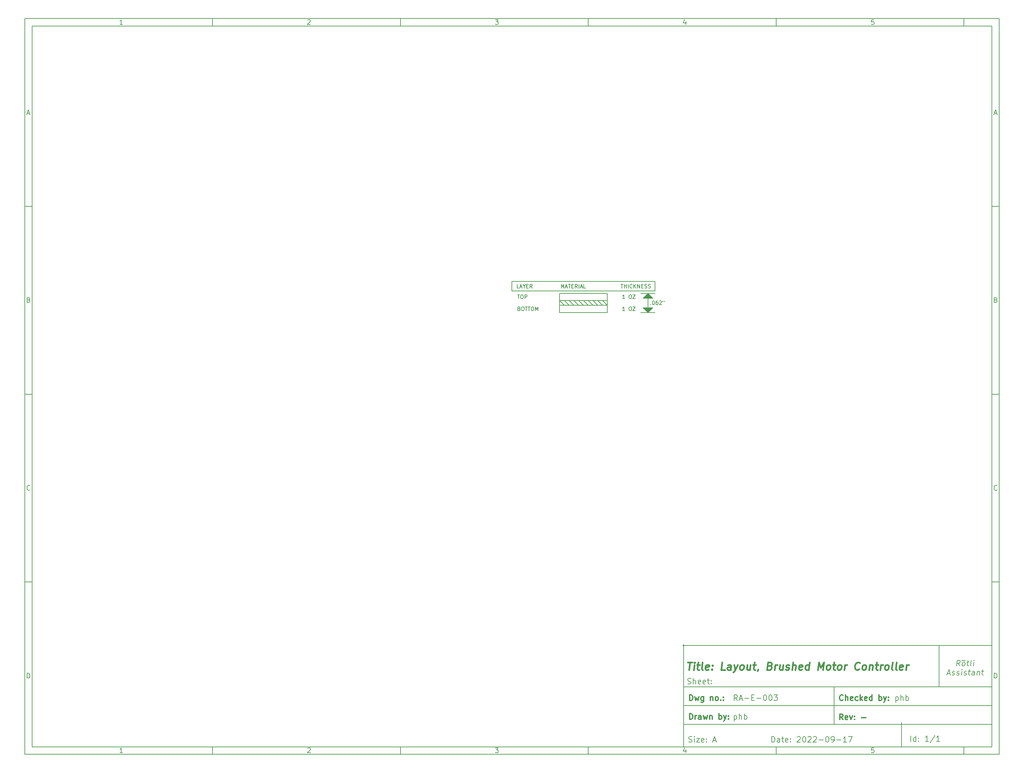
<source format=gbr>
%TF.GenerationSoftware,KiCad,Pcbnew,(6.0.7)*%
%TF.CreationDate,2022-09-17T11:26:47-05:00*%
%TF.ProjectId,BrushlessController,42727573-686c-4657-9373-436f6e74726f,-*%
%TF.SameCoordinates,Original*%
%TF.FileFunction,OtherDrawing,Comment*%
%FSLAX46Y46*%
G04 Gerber Fmt 4.6, Leading zero omitted, Abs format (unit mm)*
G04 Created by KiCad (PCBNEW (6.0.7)) date 2022-09-17 11:26:47*
%MOMM*%
%LPD*%
G01*
G04 APERTURE LIST*
%ADD10C,0.100000*%
%ADD11C,0.150000*%
%ADD12C,0.300000*%
%ADD13C,0.400000*%
%ADD14C,0.508000*%
G04 APERTURE END LIST*
D10*
D11*
X10000000Y-10000000D02*
X10000000Y-205900000D01*
X269400000Y-205900000D01*
X269400000Y-10000000D01*
X10000000Y-10000000D01*
D10*
D11*
X12000000Y-12000000D02*
X12000000Y-203900000D01*
X267400000Y-203900000D01*
X267400000Y-12000000D01*
X12000000Y-12000000D01*
D10*
D11*
X60000000Y-12000000D02*
X60000000Y-10000000D01*
D10*
D11*
X110000000Y-12000000D02*
X110000000Y-10000000D01*
D10*
D11*
X160000000Y-12000000D02*
X160000000Y-10000000D01*
D10*
D11*
X210000000Y-12000000D02*
X210000000Y-10000000D01*
D10*
D11*
X260000000Y-12000000D02*
X260000000Y-10000000D01*
D10*
D11*
X36065476Y-11588095D02*
X35322619Y-11588095D01*
X35694047Y-11588095D02*
X35694047Y-10288095D01*
X35570238Y-10473809D01*
X35446428Y-10597619D01*
X35322619Y-10659523D01*
D10*
D11*
X85322619Y-10411904D02*
X85384523Y-10350000D01*
X85508333Y-10288095D01*
X85817857Y-10288095D01*
X85941666Y-10350000D01*
X86003571Y-10411904D01*
X86065476Y-10535714D01*
X86065476Y-10659523D01*
X86003571Y-10845238D01*
X85260714Y-11588095D01*
X86065476Y-11588095D01*
D10*
D11*
X135260714Y-10288095D02*
X136065476Y-10288095D01*
X135632142Y-10783333D01*
X135817857Y-10783333D01*
X135941666Y-10845238D01*
X136003571Y-10907142D01*
X136065476Y-11030952D01*
X136065476Y-11340476D01*
X136003571Y-11464285D01*
X135941666Y-11526190D01*
X135817857Y-11588095D01*
X135446428Y-11588095D01*
X135322619Y-11526190D01*
X135260714Y-11464285D01*
D10*
D11*
X185941666Y-10721428D02*
X185941666Y-11588095D01*
X185632142Y-10226190D02*
X185322619Y-11154761D01*
X186127380Y-11154761D01*
D10*
D11*
X236003571Y-10288095D02*
X235384523Y-10288095D01*
X235322619Y-10907142D01*
X235384523Y-10845238D01*
X235508333Y-10783333D01*
X235817857Y-10783333D01*
X235941666Y-10845238D01*
X236003571Y-10907142D01*
X236065476Y-11030952D01*
X236065476Y-11340476D01*
X236003571Y-11464285D01*
X235941666Y-11526190D01*
X235817857Y-11588095D01*
X235508333Y-11588095D01*
X235384523Y-11526190D01*
X235322619Y-11464285D01*
D10*
D11*
X60000000Y-203900000D02*
X60000000Y-205900000D01*
D10*
D11*
X110000000Y-203900000D02*
X110000000Y-205900000D01*
D10*
D11*
X160000000Y-203900000D02*
X160000000Y-205900000D01*
D10*
D11*
X210000000Y-203900000D02*
X210000000Y-205900000D01*
D10*
D11*
X260000000Y-203900000D02*
X260000000Y-205900000D01*
D10*
D11*
X36065476Y-205488095D02*
X35322619Y-205488095D01*
X35694047Y-205488095D02*
X35694047Y-204188095D01*
X35570238Y-204373809D01*
X35446428Y-204497619D01*
X35322619Y-204559523D01*
D10*
D11*
X85322619Y-204311904D02*
X85384523Y-204250000D01*
X85508333Y-204188095D01*
X85817857Y-204188095D01*
X85941666Y-204250000D01*
X86003571Y-204311904D01*
X86065476Y-204435714D01*
X86065476Y-204559523D01*
X86003571Y-204745238D01*
X85260714Y-205488095D01*
X86065476Y-205488095D01*
D10*
D11*
X135260714Y-204188095D02*
X136065476Y-204188095D01*
X135632142Y-204683333D01*
X135817857Y-204683333D01*
X135941666Y-204745238D01*
X136003571Y-204807142D01*
X136065476Y-204930952D01*
X136065476Y-205240476D01*
X136003571Y-205364285D01*
X135941666Y-205426190D01*
X135817857Y-205488095D01*
X135446428Y-205488095D01*
X135322619Y-205426190D01*
X135260714Y-205364285D01*
D10*
D11*
X185941666Y-204621428D02*
X185941666Y-205488095D01*
X185632142Y-204126190D02*
X185322619Y-205054761D01*
X186127380Y-205054761D01*
D10*
D11*
X236003571Y-204188095D02*
X235384523Y-204188095D01*
X235322619Y-204807142D01*
X235384523Y-204745238D01*
X235508333Y-204683333D01*
X235817857Y-204683333D01*
X235941666Y-204745238D01*
X236003571Y-204807142D01*
X236065476Y-204930952D01*
X236065476Y-205240476D01*
X236003571Y-205364285D01*
X235941666Y-205426190D01*
X235817857Y-205488095D01*
X235508333Y-205488095D01*
X235384523Y-205426190D01*
X235322619Y-205364285D01*
D10*
D11*
X10000000Y-60000000D02*
X12000000Y-60000000D01*
D10*
D11*
X10000000Y-110000000D02*
X12000000Y-110000000D01*
D10*
D11*
X10000000Y-160000000D02*
X12000000Y-160000000D01*
D10*
D11*
X10690476Y-35216666D02*
X11309523Y-35216666D01*
X10566666Y-35588095D02*
X11000000Y-34288095D01*
X11433333Y-35588095D01*
D10*
D11*
X11092857Y-84907142D02*
X11278571Y-84969047D01*
X11340476Y-85030952D01*
X11402380Y-85154761D01*
X11402380Y-85340476D01*
X11340476Y-85464285D01*
X11278571Y-85526190D01*
X11154761Y-85588095D01*
X10659523Y-85588095D01*
X10659523Y-84288095D01*
X11092857Y-84288095D01*
X11216666Y-84350000D01*
X11278571Y-84411904D01*
X11340476Y-84535714D01*
X11340476Y-84659523D01*
X11278571Y-84783333D01*
X11216666Y-84845238D01*
X11092857Y-84907142D01*
X10659523Y-84907142D01*
D10*
D11*
X11402380Y-135464285D02*
X11340476Y-135526190D01*
X11154761Y-135588095D01*
X11030952Y-135588095D01*
X10845238Y-135526190D01*
X10721428Y-135402380D01*
X10659523Y-135278571D01*
X10597619Y-135030952D01*
X10597619Y-134845238D01*
X10659523Y-134597619D01*
X10721428Y-134473809D01*
X10845238Y-134350000D01*
X11030952Y-134288095D01*
X11154761Y-134288095D01*
X11340476Y-134350000D01*
X11402380Y-134411904D01*
D10*
D11*
X10659523Y-185588095D02*
X10659523Y-184288095D01*
X10969047Y-184288095D01*
X11154761Y-184350000D01*
X11278571Y-184473809D01*
X11340476Y-184597619D01*
X11402380Y-184845238D01*
X11402380Y-185030952D01*
X11340476Y-185278571D01*
X11278571Y-185402380D01*
X11154761Y-185526190D01*
X10969047Y-185588095D01*
X10659523Y-185588095D01*
D10*
D11*
X269400000Y-60000000D02*
X267400000Y-60000000D01*
D10*
D11*
X269400000Y-110000000D02*
X267400000Y-110000000D01*
D10*
D11*
X269400000Y-160000000D02*
X267400000Y-160000000D01*
D10*
D11*
X268090476Y-35216666D02*
X268709523Y-35216666D01*
X267966666Y-35588095D02*
X268400000Y-34288095D01*
X268833333Y-35588095D01*
D10*
D11*
X268492857Y-84907142D02*
X268678571Y-84969047D01*
X268740476Y-85030952D01*
X268802380Y-85154761D01*
X268802380Y-85340476D01*
X268740476Y-85464285D01*
X268678571Y-85526190D01*
X268554761Y-85588095D01*
X268059523Y-85588095D01*
X268059523Y-84288095D01*
X268492857Y-84288095D01*
X268616666Y-84350000D01*
X268678571Y-84411904D01*
X268740476Y-84535714D01*
X268740476Y-84659523D01*
X268678571Y-84783333D01*
X268616666Y-84845238D01*
X268492857Y-84907142D01*
X268059523Y-84907142D01*
D10*
D11*
X268802380Y-135464285D02*
X268740476Y-135526190D01*
X268554761Y-135588095D01*
X268430952Y-135588095D01*
X268245238Y-135526190D01*
X268121428Y-135402380D01*
X268059523Y-135278571D01*
X267997619Y-135030952D01*
X267997619Y-134845238D01*
X268059523Y-134597619D01*
X268121428Y-134473809D01*
X268245238Y-134350000D01*
X268430952Y-134288095D01*
X268554761Y-134288095D01*
X268740476Y-134350000D01*
X268802380Y-134411904D01*
D10*
D11*
X268059523Y-185588095D02*
X268059523Y-184288095D01*
X268369047Y-184288095D01*
X268554761Y-184350000D01*
X268678571Y-184473809D01*
X268740476Y-184597619D01*
X268802380Y-184845238D01*
X268802380Y-185030952D01*
X268740476Y-185278571D01*
X268678571Y-185402380D01*
X268554761Y-185526190D01*
X268369047Y-185588095D01*
X268059523Y-185588095D01*
D10*
D11*
X208832142Y-202678371D02*
X208832142Y-201178371D01*
X209189285Y-201178371D01*
X209403571Y-201249800D01*
X209546428Y-201392657D01*
X209617857Y-201535514D01*
X209689285Y-201821228D01*
X209689285Y-202035514D01*
X209617857Y-202321228D01*
X209546428Y-202464085D01*
X209403571Y-202606942D01*
X209189285Y-202678371D01*
X208832142Y-202678371D01*
X210975000Y-202678371D02*
X210975000Y-201892657D01*
X210903571Y-201749800D01*
X210760714Y-201678371D01*
X210475000Y-201678371D01*
X210332142Y-201749800D01*
X210975000Y-202606942D02*
X210832142Y-202678371D01*
X210475000Y-202678371D01*
X210332142Y-202606942D01*
X210260714Y-202464085D01*
X210260714Y-202321228D01*
X210332142Y-202178371D01*
X210475000Y-202106942D01*
X210832142Y-202106942D01*
X210975000Y-202035514D01*
X211475000Y-201678371D02*
X212046428Y-201678371D01*
X211689285Y-201178371D02*
X211689285Y-202464085D01*
X211760714Y-202606942D01*
X211903571Y-202678371D01*
X212046428Y-202678371D01*
X213117857Y-202606942D02*
X212975000Y-202678371D01*
X212689285Y-202678371D01*
X212546428Y-202606942D01*
X212475000Y-202464085D01*
X212475000Y-201892657D01*
X212546428Y-201749800D01*
X212689285Y-201678371D01*
X212975000Y-201678371D01*
X213117857Y-201749800D01*
X213189285Y-201892657D01*
X213189285Y-202035514D01*
X212475000Y-202178371D01*
X213832142Y-202535514D02*
X213903571Y-202606942D01*
X213832142Y-202678371D01*
X213760714Y-202606942D01*
X213832142Y-202535514D01*
X213832142Y-202678371D01*
X213832142Y-201749800D02*
X213903571Y-201821228D01*
X213832142Y-201892657D01*
X213760714Y-201821228D01*
X213832142Y-201749800D01*
X213832142Y-201892657D01*
X215617857Y-201321228D02*
X215689285Y-201249800D01*
X215832142Y-201178371D01*
X216189285Y-201178371D01*
X216332142Y-201249800D01*
X216403571Y-201321228D01*
X216475000Y-201464085D01*
X216475000Y-201606942D01*
X216403571Y-201821228D01*
X215546428Y-202678371D01*
X216475000Y-202678371D01*
X217403571Y-201178371D02*
X217546428Y-201178371D01*
X217689285Y-201249800D01*
X217760714Y-201321228D01*
X217832142Y-201464085D01*
X217903571Y-201749800D01*
X217903571Y-202106942D01*
X217832142Y-202392657D01*
X217760714Y-202535514D01*
X217689285Y-202606942D01*
X217546428Y-202678371D01*
X217403571Y-202678371D01*
X217260714Y-202606942D01*
X217189285Y-202535514D01*
X217117857Y-202392657D01*
X217046428Y-202106942D01*
X217046428Y-201749800D01*
X217117857Y-201464085D01*
X217189285Y-201321228D01*
X217260714Y-201249800D01*
X217403571Y-201178371D01*
X218475000Y-201321228D02*
X218546428Y-201249800D01*
X218689285Y-201178371D01*
X219046428Y-201178371D01*
X219189285Y-201249800D01*
X219260714Y-201321228D01*
X219332142Y-201464085D01*
X219332142Y-201606942D01*
X219260714Y-201821228D01*
X218403571Y-202678371D01*
X219332142Y-202678371D01*
X219903571Y-201321228D02*
X219975000Y-201249800D01*
X220117857Y-201178371D01*
X220475000Y-201178371D01*
X220617857Y-201249800D01*
X220689285Y-201321228D01*
X220760714Y-201464085D01*
X220760714Y-201606942D01*
X220689285Y-201821228D01*
X219832142Y-202678371D01*
X220760714Y-202678371D01*
X221403571Y-202106942D02*
X222546428Y-202106942D01*
X223546428Y-201178371D02*
X223689285Y-201178371D01*
X223832142Y-201249800D01*
X223903571Y-201321228D01*
X223975000Y-201464085D01*
X224046428Y-201749800D01*
X224046428Y-202106942D01*
X223975000Y-202392657D01*
X223903571Y-202535514D01*
X223832142Y-202606942D01*
X223689285Y-202678371D01*
X223546428Y-202678371D01*
X223403571Y-202606942D01*
X223332142Y-202535514D01*
X223260714Y-202392657D01*
X223189285Y-202106942D01*
X223189285Y-201749800D01*
X223260714Y-201464085D01*
X223332142Y-201321228D01*
X223403571Y-201249800D01*
X223546428Y-201178371D01*
X224760714Y-202678371D02*
X225046428Y-202678371D01*
X225189285Y-202606942D01*
X225260714Y-202535514D01*
X225403571Y-202321228D01*
X225475000Y-202035514D01*
X225475000Y-201464085D01*
X225403571Y-201321228D01*
X225332142Y-201249800D01*
X225189285Y-201178371D01*
X224903571Y-201178371D01*
X224760714Y-201249800D01*
X224689285Y-201321228D01*
X224617857Y-201464085D01*
X224617857Y-201821228D01*
X224689285Y-201964085D01*
X224760714Y-202035514D01*
X224903571Y-202106942D01*
X225189285Y-202106942D01*
X225332142Y-202035514D01*
X225403571Y-201964085D01*
X225475000Y-201821228D01*
X226117857Y-202106942D02*
X227260714Y-202106942D01*
X228760714Y-202678371D02*
X227903571Y-202678371D01*
X228332142Y-202678371D02*
X228332142Y-201178371D01*
X228189285Y-201392657D01*
X228046428Y-201535514D01*
X227903571Y-201606942D01*
X229260714Y-201178371D02*
X230260714Y-201178371D01*
X229617857Y-202678371D01*
D10*
D12*
X227809285Y-196678571D02*
X227309285Y-195964285D01*
X226952142Y-196678571D02*
X226952142Y-195178571D01*
X227523571Y-195178571D01*
X227666428Y-195250000D01*
X227737857Y-195321428D01*
X227809285Y-195464285D01*
X227809285Y-195678571D01*
X227737857Y-195821428D01*
X227666428Y-195892857D01*
X227523571Y-195964285D01*
X226952142Y-195964285D01*
X229023571Y-196607142D02*
X228880714Y-196678571D01*
X228595000Y-196678571D01*
X228452142Y-196607142D01*
X228380714Y-196464285D01*
X228380714Y-195892857D01*
X228452142Y-195750000D01*
X228595000Y-195678571D01*
X228880714Y-195678571D01*
X229023571Y-195750000D01*
X229095000Y-195892857D01*
X229095000Y-196035714D01*
X228380714Y-196178571D01*
X229595000Y-195678571D02*
X229952142Y-196678571D01*
X230309285Y-195678571D01*
X230880714Y-196535714D02*
X230952142Y-196607142D01*
X230880714Y-196678571D01*
X230809285Y-196607142D01*
X230880714Y-196535714D01*
X230880714Y-196678571D01*
X230880714Y-195750000D02*
X230952142Y-195821428D01*
X230880714Y-195892857D01*
X230809285Y-195821428D01*
X230880714Y-195750000D01*
X230880714Y-195892857D01*
X232737857Y-196107142D02*
X233880714Y-196107142D01*
D10*
D11*
X186760714Y-202606942D02*
X186975000Y-202678371D01*
X187332142Y-202678371D01*
X187475000Y-202606942D01*
X187546428Y-202535514D01*
X187617857Y-202392657D01*
X187617857Y-202249800D01*
X187546428Y-202106942D01*
X187475000Y-202035514D01*
X187332142Y-201964085D01*
X187046428Y-201892657D01*
X186903571Y-201821228D01*
X186832142Y-201749800D01*
X186760714Y-201606942D01*
X186760714Y-201464085D01*
X186832142Y-201321228D01*
X186903571Y-201249800D01*
X187046428Y-201178371D01*
X187403571Y-201178371D01*
X187617857Y-201249800D01*
X188260714Y-202678371D02*
X188260714Y-201678371D01*
X188260714Y-201178371D02*
X188189285Y-201249800D01*
X188260714Y-201321228D01*
X188332142Y-201249800D01*
X188260714Y-201178371D01*
X188260714Y-201321228D01*
X188832142Y-201678371D02*
X189617857Y-201678371D01*
X188832142Y-202678371D01*
X189617857Y-202678371D01*
X190760714Y-202606942D02*
X190617857Y-202678371D01*
X190332142Y-202678371D01*
X190189285Y-202606942D01*
X190117857Y-202464085D01*
X190117857Y-201892657D01*
X190189285Y-201749800D01*
X190332142Y-201678371D01*
X190617857Y-201678371D01*
X190760714Y-201749800D01*
X190832142Y-201892657D01*
X190832142Y-202035514D01*
X190117857Y-202178371D01*
X191475000Y-202535514D02*
X191546428Y-202606942D01*
X191475000Y-202678371D01*
X191403571Y-202606942D01*
X191475000Y-202535514D01*
X191475000Y-202678371D01*
X191475000Y-201749800D02*
X191546428Y-201821228D01*
X191475000Y-201892657D01*
X191403571Y-201821228D01*
X191475000Y-201749800D01*
X191475000Y-201892657D01*
X193260714Y-202249800D02*
X193975000Y-202249800D01*
X193117857Y-202678371D02*
X193617857Y-201178371D01*
X194117857Y-202678371D01*
D10*
D11*
X245832142Y-202478571D02*
X245832142Y-200978571D01*
X247189285Y-202478571D02*
X247189285Y-200978571D01*
X247189285Y-202407142D02*
X247046428Y-202478571D01*
X246760714Y-202478571D01*
X246617857Y-202407142D01*
X246546428Y-202335714D01*
X246475000Y-202192857D01*
X246475000Y-201764285D01*
X246546428Y-201621428D01*
X246617857Y-201550000D01*
X246760714Y-201478571D01*
X247046428Y-201478571D01*
X247189285Y-201550000D01*
X247903571Y-202335714D02*
X247975000Y-202407142D01*
X247903571Y-202478571D01*
X247832142Y-202407142D01*
X247903571Y-202335714D01*
X247903571Y-202478571D01*
X247903571Y-201550000D02*
X247975000Y-201621428D01*
X247903571Y-201692857D01*
X247832142Y-201621428D01*
X247903571Y-201550000D01*
X247903571Y-201692857D01*
X250546428Y-202478571D02*
X249689285Y-202478571D01*
X250117857Y-202478571D02*
X250117857Y-200978571D01*
X249975000Y-201192857D01*
X249832142Y-201335714D01*
X249689285Y-201407142D01*
X252260714Y-200907142D02*
X250975000Y-202835714D01*
X253546428Y-202478571D02*
X252689285Y-202478571D01*
X253117857Y-202478571D02*
X253117857Y-200978571D01*
X252975000Y-201192857D01*
X252832142Y-201335714D01*
X252689285Y-201407142D01*
D10*
D13*
X186512380Y-181404561D02*
X187655238Y-181404561D01*
X186833809Y-183404561D02*
X187083809Y-181404561D01*
X188071904Y-183404561D02*
X188238571Y-182071228D01*
X188321904Y-181404561D02*
X188214761Y-181499800D01*
X188298095Y-181595038D01*
X188405238Y-181499800D01*
X188321904Y-181404561D01*
X188298095Y-181595038D01*
X188905238Y-182071228D02*
X189667142Y-182071228D01*
X189274285Y-181404561D02*
X189060000Y-183118847D01*
X189131428Y-183309323D01*
X189310000Y-183404561D01*
X189500476Y-183404561D01*
X190452857Y-183404561D02*
X190274285Y-183309323D01*
X190202857Y-183118847D01*
X190417142Y-181404561D01*
X191988571Y-183309323D02*
X191786190Y-183404561D01*
X191405238Y-183404561D01*
X191226666Y-183309323D01*
X191155238Y-183118847D01*
X191250476Y-182356942D01*
X191369523Y-182166466D01*
X191571904Y-182071228D01*
X191952857Y-182071228D01*
X192131428Y-182166466D01*
X192202857Y-182356942D01*
X192179047Y-182547419D01*
X191202857Y-182737895D01*
X192952857Y-183214085D02*
X193036190Y-183309323D01*
X192929047Y-183404561D01*
X192845714Y-183309323D01*
X192952857Y-183214085D01*
X192929047Y-183404561D01*
X193083809Y-182166466D02*
X193167142Y-182261704D01*
X193060000Y-182356942D01*
X192976666Y-182261704D01*
X193083809Y-182166466D01*
X193060000Y-182356942D01*
X196357619Y-183404561D02*
X195405238Y-183404561D01*
X195655238Y-181404561D01*
X197881428Y-183404561D02*
X198012380Y-182356942D01*
X197940952Y-182166466D01*
X197762380Y-182071228D01*
X197381428Y-182071228D01*
X197179047Y-182166466D01*
X197893333Y-183309323D02*
X197690952Y-183404561D01*
X197214761Y-183404561D01*
X197036190Y-183309323D01*
X196964761Y-183118847D01*
X196988571Y-182928371D01*
X197107619Y-182737895D01*
X197310000Y-182642657D01*
X197786190Y-182642657D01*
X197988571Y-182547419D01*
X198810000Y-182071228D02*
X199119523Y-183404561D01*
X199762380Y-182071228D02*
X199119523Y-183404561D01*
X198869523Y-183880752D01*
X198762380Y-183975990D01*
X198560000Y-184071228D01*
X200643333Y-183404561D02*
X200464761Y-183309323D01*
X200381428Y-183214085D01*
X200310000Y-183023609D01*
X200381428Y-182452180D01*
X200500476Y-182261704D01*
X200607619Y-182166466D01*
X200810000Y-182071228D01*
X201095714Y-182071228D01*
X201274285Y-182166466D01*
X201357619Y-182261704D01*
X201429047Y-182452180D01*
X201357619Y-183023609D01*
X201238571Y-183214085D01*
X201131428Y-183309323D01*
X200929047Y-183404561D01*
X200643333Y-183404561D01*
X203190952Y-182071228D02*
X203024285Y-183404561D01*
X202333809Y-182071228D02*
X202202857Y-183118847D01*
X202274285Y-183309323D01*
X202452857Y-183404561D01*
X202738571Y-183404561D01*
X202940952Y-183309323D01*
X203048095Y-183214085D01*
X203857619Y-182071228D02*
X204619523Y-182071228D01*
X204226666Y-181404561D02*
X204012380Y-183118847D01*
X204083809Y-183309323D01*
X204262380Y-183404561D01*
X204452857Y-183404561D01*
X205226666Y-183309323D02*
X205214761Y-183404561D01*
X205095714Y-183595038D01*
X204988571Y-183690276D01*
X208393333Y-182356942D02*
X208667142Y-182452180D01*
X208750476Y-182547419D01*
X208821904Y-182737895D01*
X208786190Y-183023609D01*
X208667142Y-183214085D01*
X208560000Y-183309323D01*
X208357619Y-183404561D01*
X207595714Y-183404561D01*
X207845714Y-181404561D01*
X208512380Y-181404561D01*
X208690952Y-181499800D01*
X208774285Y-181595038D01*
X208845714Y-181785514D01*
X208821904Y-181975990D01*
X208702857Y-182166466D01*
X208595714Y-182261704D01*
X208393333Y-182356942D01*
X207726666Y-182356942D01*
X209595714Y-183404561D02*
X209762380Y-182071228D01*
X209714761Y-182452180D02*
X209833809Y-182261704D01*
X209940952Y-182166466D01*
X210143333Y-182071228D01*
X210333809Y-182071228D01*
X211857619Y-182071228D02*
X211690952Y-183404561D01*
X211000476Y-182071228D02*
X210869523Y-183118847D01*
X210940952Y-183309323D01*
X211119523Y-183404561D01*
X211405238Y-183404561D01*
X211607619Y-183309323D01*
X211714761Y-183214085D01*
X212560000Y-183309323D02*
X212738571Y-183404561D01*
X213119523Y-183404561D01*
X213321904Y-183309323D01*
X213440952Y-183118847D01*
X213452857Y-183023609D01*
X213381428Y-182833133D01*
X213202857Y-182737895D01*
X212917142Y-182737895D01*
X212738571Y-182642657D01*
X212667142Y-182452180D01*
X212679047Y-182356942D01*
X212798095Y-182166466D01*
X213000476Y-182071228D01*
X213286190Y-182071228D01*
X213464761Y-182166466D01*
X214262380Y-183404561D02*
X214512380Y-181404561D01*
X215119523Y-183404561D02*
X215250476Y-182356942D01*
X215179047Y-182166466D01*
X215000476Y-182071228D01*
X214714761Y-182071228D01*
X214512380Y-182166466D01*
X214405238Y-182261704D01*
X216845714Y-183309323D02*
X216643333Y-183404561D01*
X216262380Y-183404561D01*
X216083809Y-183309323D01*
X216012380Y-183118847D01*
X216107619Y-182356942D01*
X216226666Y-182166466D01*
X216429047Y-182071228D01*
X216810000Y-182071228D01*
X216988571Y-182166466D01*
X217060000Y-182356942D01*
X217036190Y-182547419D01*
X216060000Y-182737895D01*
X218643333Y-183404561D02*
X218893333Y-181404561D01*
X218655238Y-183309323D02*
X218452857Y-183404561D01*
X218071904Y-183404561D01*
X217893333Y-183309323D01*
X217810000Y-183214085D01*
X217738571Y-183023609D01*
X217810000Y-182452180D01*
X217929047Y-182261704D01*
X218036190Y-182166466D01*
X218238571Y-182071228D01*
X218619523Y-182071228D01*
X218798095Y-182166466D01*
X221119523Y-183404561D02*
X221369523Y-181404561D01*
X221857619Y-182833133D01*
X222702857Y-181404561D01*
X222452857Y-183404561D01*
X223690952Y-183404561D02*
X223512380Y-183309323D01*
X223429047Y-183214085D01*
X223357619Y-183023609D01*
X223429047Y-182452180D01*
X223548095Y-182261704D01*
X223655238Y-182166466D01*
X223857619Y-182071228D01*
X224143333Y-182071228D01*
X224321904Y-182166466D01*
X224405238Y-182261704D01*
X224476666Y-182452180D01*
X224405238Y-183023609D01*
X224286190Y-183214085D01*
X224179047Y-183309323D01*
X223976666Y-183404561D01*
X223690952Y-183404561D01*
X225095714Y-182071228D02*
X225857619Y-182071228D01*
X225464761Y-181404561D02*
X225250476Y-183118847D01*
X225321904Y-183309323D01*
X225500476Y-183404561D01*
X225690952Y-183404561D01*
X226643333Y-183404561D02*
X226464761Y-183309323D01*
X226381428Y-183214085D01*
X226310000Y-183023609D01*
X226381428Y-182452180D01*
X226500476Y-182261704D01*
X226607619Y-182166466D01*
X226810000Y-182071228D01*
X227095714Y-182071228D01*
X227274285Y-182166466D01*
X227357619Y-182261704D01*
X227429047Y-182452180D01*
X227357619Y-183023609D01*
X227238571Y-183214085D01*
X227131428Y-183309323D01*
X226929047Y-183404561D01*
X226643333Y-183404561D01*
X228167142Y-183404561D02*
X228333809Y-182071228D01*
X228286190Y-182452180D02*
X228405238Y-182261704D01*
X228512380Y-182166466D01*
X228714761Y-182071228D01*
X228905238Y-182071228D01*
X232095714Y-183214085D02*
X231988571Y-183309323D01*
X231690952Y-183404561D01*
X231500476Y-183404561D01*
X231226666Y-183309323D01*
X231060000Y-183118847D01*
X230988571Y-182928371D01*
X230940952Y-182547419D01*
X230976666Y-182261704D01*
X231119523Y-181880752D01*
X231238571Y-181690276D01*
X231452857Y-181499800D01*
X231750476Y-181404561D01*
X231940952Y-181404561D01*
X232214761Y-181499800D01*
X232298095Y-181595038D01*
X233214761Y-183404561D02*
X233036190Y-183309323D01*
X232952857Y-183214085D01*
X232881428Y-183023609D01*
X232952857Y-182452180D01*
X233071904Y-182261704D01*
X233179047Y-182166466D01*
X233381428Y-182071228D01*
X233667142Y-182071228D01*
X233845714Y-182166466D01*
X233929047Y-182261704D01*
X234000476Y-182452180D01*
X233929047Y-183023609D01*
X233810000Y-183214085D01*
X233702857Y-183309323D01*
X233500476Y-183404561D01*
X233214761Y-183404561D01*
X234905238Y-182071228D02*
X234738571Y-183404561D01*
X234881428Y-182261704D02*
X234988571Y-182166466D01*
X235190952Y-182071228D01*
X235476666Y-182071228D01*
X235655238Y-182166466D01*
X235726666Y-182356942D01*
X235595714Y-183404561D01*
X236429047Y-182071228D02*
X237190952Y-182071228D01*
X236798095Y-181404561D02*
X236583809Y-183118847D01*
X236655238Y-183309323D01*
X236833809Y-183404561D01*
X237024285Y-183404561D01*
X237690952Y-183404561D02*
X237857619Y-182071228D01*
X237809999Y-182452180D02*
X237929047Y-182261704D01*
X238036190Y-182166466D01*
X238238571Y-182071228D01*
X238429047Y-182071228D01*
X239214761Y-183404561D02*
X239036190Y-183309323D01*
X238952857Y-183214085D01*
X238881428Y-183023609D01*
X238952857Y-182452180D01*
X239071904Y-182261704D01*
X239179047Y-182166466D01*
X239381428Y-182071228D01*
X239667142Y-182071228D01*
X239845714Y-182166466D01*
X239929047Y-182261704D01*
X240000476Y-182452180D01*
X239929047Y-183023609D01*
X239809999Y-183214085D01*
X239702857Y-183309323D01*
X239500476Y-183404561D01*
X239214761Y-183404561D01*
X241024285Y-183404561D02*
X240845714Y-183309323D01*
X240774285Y-183118847D01*
X240988571Y-181404561D01*
X242071904Y-183404561D02*
X241893333Y-183309323D01*
X241821904Y-183118847D01*
X242036190Y-181404561D01*
X243607619Y-183309323D02*
X243405238Y-183404561D01*
X243024285Y-183404561D01*
X242845714Y-183309323D01*
X242774285Y-183118847D01*
X242869523Y-182356942D01*
X242988571Y-182166466D01*
X243190952Y-182071228D01*
X243571904Y-182071228D01*
X243750476Y-182166466D01*
X243821904Y-182356942D01*
X243798095Y-182547419D01*
X242821904Y-182737895D01*
X244548095Y-183404561D02*
X244714761Y-182071228D01*
X244667142Y-182452180D02*
X244786190Y-182261704D01*
X244893333Y-182166466D01*
X245095714Y-182071228D01*
X245286190Y-182071228D01*
D10*
D11*
X186460714Y-187106942D02*
X186675000Y-187178371D01*
X187032142Y-187178371D01*
X187175000Y-187106942D01*
X187246428Y-187035514D01*
X187317857Y-186892657D01*
X187317857Y-186749800D01*
X187246428Y-186606942D01*
X187175000Y-186535514D01*
X187032142Y-186464085D01*
X186746428Y-186392657D01*
X186603571Y-186321228D01*
X186532142Y-186249800D01*
X186460714Y-186106942D01*
X186460714Y-185964085D01*
X186532142Y-185821228D01*
X186603571Y-185749800D01*
X186746428Y-185678371D01*
X187103571Y-185678371D01*
X187317857Y-185749800D01*
X187960714Y-187178371D02*
X187960714Y-185678371D01*
X188603571Y-187178371D02*
X188603571Y-186392657D01*
X188532142Y-186249800D01*
X188389285Y-186178371D01*
X188175000Y-186178371D01*
X188032142Y-186249800D01*
X187960714Y-186321228D01*
X189889285Y-187106942D02*
X189746428Y-187178371D01*
X189460714Y-187178371D01*
X189317857Y-187106942D01*
X189246428Y-186964085D01*
X189246428Y-186392657D01*
X189317857Y-186249800D01*
X189460714Y-186178371D01*
X189746428Y-186178371D01*
X189889285Y-186249800D01*
X189960714Y-186392657D01*
X189960714Y-186535514D01*
X189246428Y-186678371D01*
X191175000Y-187106942D02*
X191032142Y-187178371D01*
X190746428Y-187178371D01*
X190603571Y-187106942D01*
X190532142Y-186964085D01*
X190532142Y-186392657D01*
X190603571Y-186249800D01*
X190746428Y-186178371D01*
X191032142Y-186178371D01*
X191175000Y-186249800D01*
X191246428Y-186392657D01*
X191246428Y-186535514D01*
X190532142Y-186678371D01*
X191675000Y-186178371D02*
X192246428Y-186178371D01*
X191889285Y-185678371D02*
X191889285Y-186964085D01*
X191960714Y-187106942D01*
X192103571Y-187178371D01*
X192246428Y-187178371D01*
X192746428Y-187035514D02*
X192817857Y-187106942D01*
X192746428Y-187178371D01*
X192675000Y-187106942D01*
X192746428Y-187035514D01*
X192746428Y-187178371D01*
X192746428Y-186249800D02*
X192817857Y-186321228D01*
X192746428Y-186392657D01*
X192675000Y-186321228D01*
X192746428Y-186249800D01*
X192746428Y-186392657D01*
D10*
D11*
X199689285Y-191578371D02*
X199189285Y-190864085D01*
X198832142Y-191578371D02*
X198832142Y-190078371D01*
X199403571Y-190078371D01*
X199546428Y-190149800D01*
X199617857Y-190221228D01*
X199689285Y-190364085D01*
X199689285Y-190578371D01*
X199617857Y-190721228D01*
X199546428Y-190792657D01*
X199403571Y-190864085D01*
X198832142Y-190864085D01*
X200260714Y-191149800D02*
X200975000Y-191149800D01*
X200117857Y-191578371D02*
X200617857Y-190078371D01*
X201117857Y-191578371D01*
X201617857Y-191006942D02*
X202760714Y-191006942D01*
X203475000Y-190792657D02*
X203975000Y-190792657D01*
X204189285Y-191578371D02*
X203475000Y-191578371D01*
X203475000Y-190078371D01*
X204189285Y-190078371D01*
X204832142Y-191006942D02*
X205975000Y-191006942D01*
X206975000Y-190078371D02*
X207117857Y-190078371D01*
X207260714Y-190149800D01*
X207332142Y-190221228D01*
X207403571Y-190364085D01*
X207475000Y-190649800D01*
X207475000Y-191006942D01*
X207403571Y-191292657D01*
X207332142Y-191435514D01*
X207260714Y-191506942D01*
X207117857Y-191578371D01*
X206975000Y-191578371D01*
X206832142Y-191506942D01*
X206760714Y-191435514D01*
X206689285Y-191292657D01*
X206617857Y-191006942D01*
X206617857Y-190649800D01*
X206689285Y-190364085D01*
X206760714Y-190221228D01*
X206832142Y-190149800D01*
X206975000Y-190078371D01*
X208403571Y-190078371D02*
X208546428Y-190078371D01*
X208689285Y-190149800D01*
X208760714Y-190221228D01*
X208832142Y-190364085D01*
X208903571Y-190649800D01*
X208903571Y-191006942D01*
X208832142Y-191292657D01*
X208760714Y-191435514D01*
X208689285Y-191506942D01*
X208546428Y-191578371D01*
X208403571Y-191578371D01*
X208260714Y-191506942D01*
X208189285Y-191435514D01*
X208117857Y-191292657D01*
X208046428Y-191006942D01*
X208046428Y-190649800D01*
X208117857Y-190364085D01*
X208189285Y-190221228D01*
X208260714Y-190149800D01*
X208403571Y-190078371D01*
X209403571Y-190078371D02*
X210332142Y-190078371D01*
X209832142Y-190649800D01*
X210046428Y-190649800D01*
X210189285Y-190721228D01*
X210260714Y-190792657D01*
X210332142Y-190935514D01*
X210332142Y-191292657D01*
X210260714Y-191435514D01*
X210189285Y-191506942D01*
X210046428Y-191578371D01*
X209617857Y-191578371D01*
X209475000Y-191506942D01*
X209403571Y-191435514D01*
D10*
D11*
X241832142Y-190578371D02*
X241832142Y-192078371D01*
X241832142Y-190649800D02*
X241975000Y-190578371D01*
X242260714Y-190578371D01*
X242403571Y-190649800D01*
X242475000Y-190721228D01*
X242546428Y-190864085D01*
X242546428Y-191292657D01*
X242475000Y-191435514D01*
X242403571Y-191506942D01*
X242260714Y-191578371D01*
X241975000Y-191578371D01*
X241832142Y-191506942D01*
X243189285Y-191578371D02*
X243189285Y-190078371D01*
X243832142Y-191578371D02*
X243832142Y-190792657D01*
X243760714Y-190649800D01*
X243617857Y-190578371D01*
X243403571Y-190578371D01*
X243260714Y-190649800D01*
X243189285Y-190721228D01*
X244546428Y-191578371D02*
X244546428Y-190078371D01*
X244546428Y-190649800D02*
X244689285Y-190578371D01*
X244975000Y-190578371D01*
X245117857Y-190649800D01*
X245189285Y-190721228D01*
X245260714Y-190864085D01*
X245260714Y-191292657D01*
X245189285Y-191435514D01*
X245117857Y-191506942D01*
X244975000Y-191578371D01*
X244689285Y-191578371D01*
X244546428Y-191506942D01*
D10*
D11*
X198832142Y-195578371D02*
X198832142Y-197078371D01*
X198832142Y-195649800D02*
X198975000Y-195578371D01*
X199260714Y-195578371D01*
X199403571Y-195649800D01*
X199475000Y-195721228D01*
X199546428Y-195864085D01*
X199546428Y-196292657D01*
X199475000Y-196435514D01*
X199403571Y-196506942D01*
X199260714Y-196578371D01*
X198975000Y-196578371D01*
X198832142Y-196506942D01*
X200189285Y-196578371D02*
X200189285Y-195078371D01*
X200832142Y-196578371D02*
X200832142Y-195792657D01*
X200760714Y-195649800D01*
X200617857Y-195578371D01*
X200403571Y-195578371D01*
X200260714Y-195649800D01*
X200189285Y-195721228D01*
X201546428Y-196578371D02*
X201546428Y-195078371D01*
X201546428Y-195649800D02*
X201689285Y-195578371D01*
X201975000Y-195578371D01*
X202117857Y-195649800D01*
X202189285Y-195721228D01*
X202260714Y-195864085D01*
X202260714Y-196292657D01*
X202189285Y-196435514D01*
X202117857Y-196506942D01*
X201975000Y-196578371D01*
X201689285Y-196578371D01*
X201546428Y-196506942D01*
D10*
D11*
X243400000Y-197400000D02*
X243400000Y-203900000D01*
D10*
D11*
X267411000Y-187897800D02*
X267411000Y-176897800D01*
X185411000Y-176897800D01*
X185411000Y-187897800D01*
X267411000Y-187897800D01*
D10*
D14*
X185411000Y-176898000D02*
X185411000Y-176898000D01*
X185411000Y-176898000D01*
X185411000Y-176898000D01*
X185411000Y-176898000D01*
D10*
D12*
X186963142Y-196576571D02*
X186963142Y-195076571D01*
X187320285Y-195076571D01*
X187534571Y-195148000D01*
X187677428Y-195290857D01*
X187748857Y-195433714D01*
X187820285Y-195719428D01*
X187820285Y-195933714D01*
X187748857Y-196219428D01*
X187677428Y-196362285D01*
X187534571Y-196505142D01*
X187320285Y-196576571D01*
X186963142Y-196576571D01*
X188463142Y-196576571D02*
X188463142Y-195576571D01*
X188463142Y-195862285D02*
X188534571Y-195719428D01*
X188606000Y-195648000D01*
X188748857Y-195576571D01*
X188891714Y-195576571D01*
X190034571Y-196576571D02*
X190034571Y-195790857D01*
X189963142Y-195648000D01*
X189820285Y-195576571D01*
X189534571Y-195576571D01*
X189391714Y-195648000D01*
X190034571Y-196505142D02*
X189891714Y-196576571D01*
X189534571Y-196576571D01*
X189391714Y-196505142D01*
X189320285Y-196362285D01*
X189320285Y-196219428D01*
X189391714Y-196076571D01*
X189534571Y-196005142D01*
X189891714Y-196005142D01*
X190034571Y-195933714D01*
X190606000Y-195576571D02*
X190891714Y-196576571D01*
X191177428Y-195862285D01*
X191463142Y-196576571D01*
X191748857Y-195576571D01*
X192320285Y-195576571D02*
X192320285Y-196576571D01*
X192320285Y-195719428D02*
X192391714Y-195648000D01*
X192534571Y-195576571D01*
X192748857Y-195576571D01*
X192891714Y-195648000D01*
X192963142Y-195790857D01*
X192963142Y-196576571D01*
X194820285Y-196576571D02*
X194820285Y-195076571D01*
X194820285Y-195648000D02*
X194963142Y-195576571D01*
X195248857Y-195576571D01*
X195391714Y-195648000D01*
X195463142Y-195719428D01*
X195534571Y-195862285D01*
X195534571Y-196290857D01*
X195463142Y-196433714D01*
X195391714Y-196505142D01*
X195248857Y-196576571D01*
X194963142Y-196576571D01*
X194820285Y-196505142D01*
X196034571Y-195576571D02*
X196391714Y-196576571D01*
X196748857Y-195576571D02*
X196391714Y-196576571D01*
X196248857Y-196933714D01*
X196177428Y-197005142D01*
X196034571Y-197076571D01*
X197320285Y-196433714D02*
X197391714Y-196505142D01*
X197320285Y-196576571D01*
X197248857Y-196505142D01*
X197320285Y-196433714D01*
X197320285Y-196576571D01*
X197320285Y-195648000D02*
X197391714Y-195719428D01*
X197320285Y-195790857D01*
X197248857Y-195719428D01*
X197320285Y-195648000D01*
X197320285Y-195790857D01*
D10*
D11*
X225411000Y-187897800D02*
X225411000Y-192897800D01*
D10*
D12*
X227820285Y-191433714D02*
X227748857Y-191505142D01*
X227534571Y-191576571D01*
X227391714Y-191576571D01*
X227177428Y-191505142D01*
X227034571Y-191362285D01*
X226963142Y-191219428D01*
X226891714Y-190933714D01*
X226891714Y-190719428D01*
X226963142Y-190433714D01*
X227034571Y-190290857D01*
X227177428Y-190148000D01*
X227391714Y-190076571D01*
X227534571Y-190076571D01*
X227748857Y-190148000D01*
X227820285Y-190219428D01*
X228463142Y-191576571D02*
X228463142Y-190076571D01*
X229106000Y-191576571D02*
X229106000Y-190790857D01*
X229034571Y-190648000D01*
X228891714Y-190576571D01*
X228677428Y-190576571D01*
X228534571Y-190648000D01*
X228463142Y-190719428D01*
X230391714Y-191505142D02*
X230248857Y-191576571D01*
X229963142Y-191576571D01*
X229820285Y-191505142D01*
X229748857Y-191362285D01*
X229748857Y-190790857D01*
X229820285Y-190648000D01*
X229963142Y-190576571D01*
X230248857Y-190576571D01*
X230391714Y-190648000D01*
X230463142Y-190790857D01*
X230463142Y-190933714D01*
X229748857Y-191076571D01*
X231748857Y-191505142D02*
X231606000Y-191576571D01*
X231320285Y-191576571D01*
X231177428Y-191505142D01*
X231106000Y-191433714D01*
X231034571Y-191290857D01*
X231034571Y-190862285D01*
X231106000Y-190719428D01*
X231177428Y-190648000D01*
X231320285Y-190576571D01*
X231606000Y-190576571D01*
X231748857Y-190648000D01*
X232391714Y-191576571D02*
X232391714Y-190076571D01*
X232534571Y-191005142D02*
X232963142Y-191576571D01*
X232963142Y-190576571D02*
X232391714Y-191148000D01*
X234177428Y-191505142D02*
X234034571Y-191576571D01*
X233748857Y-191576571D01*
X233606000Y-191505142D01*
X233534571Y-191362285D01*
X233534571Y-190790857D01*
X233606000Y-190648000D01*
X233748857Y-190576571D01*
X234034571Y-190576571D01*
X234177428Y-190648000D01*
X234248857Y-190790857D01*
X234248857Y-190933714D01*
X233534571Y-191076571D01*
X235534571Y-191576571D02*
X235534571Y-190076571D01*
X235534571Y-191505142D02*
X235391714Y-191576571D01*
X235106000Y-191576571D01*
X234963142Y-191505142D01*
X234891714Y-191433714D01*
X234820285Y-191290857D01*
X234820285Y-190862285D01*
X234891714Y-190719428D01*
X234963142Y-190648000D01*
X235106000Y-190576571D01*
X235391714Y-190576571D01*
X235534571Y-190648000D01*
X237391714Y-191576571D02*
X237391714Y-190076571D01*
X237391714Y-190648000D02*
X237534571Y-190576571D01*
X237820285Y-190576571D01*
X237963142Y-190648000D01*
X238034571Y-190719428D01*
X238106000Y-190862285D01*
X238106000Y-191290857D01*
X238034571Y-191433714D01*
X237963142Y-191505142D01*
X237820285Y-191576571D01*
X237534571Y-191576571D01*
X237391714Y-191505142D01*
X238606000Y-190576571D02*
X238963142Y-191576571D01*
X239320285Y-190576571D02*
X238963142Y-191576571D01*
X238820285Y-191933714D01*
X238748857Y-192005142D01*
X238606000Y-192076571D01*
X239891714Y-191433714D02*
X239963142Y-191505142D01*
X239891714Y-191576571D01*
X239820285Y-191505142D01*
X239891714Y-191433714D01*
X239891714Y-191576571D01*
X239891714Y-190648000D02*
X239963142Y-190719428D01*
X239891714Y-190790857D01*
X239820285Y-190719428D01*
X239891714Y-190648000D01*
X239891714Y-190790857D01*
D10*
D11*
X185411000Y-192897800D02*
X185411000Y-197897800D01*
D10*
D11*
X185411000Y-192897800D02*
X267411000Y-192897800D01*
D10*
D11*
X185411000Y-192897800D02*
X185411000Y-187897800D01*
D10*
D12*
X186963142Y-191576571D02*
X186963142Y-190076571D01*
X187320285Y-190076571D01*
X187534571Y-190148000D01*
X187677428Y-190290857D01*
X187748857Y-190433714D01*
X187820285Y-190719428D01*
X187820285Y-190933714D01*
X187748857Y-191219428D01*
X187677428Y-191362285D01*
X187534571Y-191505142D01*
X187320285Y-191576571D01*
X186963142Y-191576571D01*
X188320285Y-190576571D02*
X188606000Y-191576571D01*
X188891714Y-190862285D01*
X189177428Y-191576571D01*
X189463142Y-190576571D01*
X190677428Y-190576571D02*
X190677428Y-191790857D01*
X190606000Y-191933714D01*
X190534571Y-192005142D01*
X190391714Y-192076571D01*
X190177428Y-192076571D01*
X190034571Y-192005142D01*
X190677428Y-191505142D02*
X190534571Y-191576571D01*
X190248857Y-191576571D01*
X190106000Y-191505142D01*
X190034571Y-191433714D01*
X189963142Y-191290857D01*
X189963142Y-190862285D01*
X190034571Y-190719428D01*
X190106000Y-190648000D01*
X190248857Y-190576571D01*
X190534571Y-190576571D01*
X190677428Y-190648000D01*
X192534571Y-190576571D02*
X192534571Y-191576571D01*
X192534571Y-190719428D02*
X192606000Y-190648000D01*
X192748857Y-190576571D01*
X192963142Y-190576571D01*
X193106000Y-190648000D01*
X193177428Y-190790857D01*
X193177428Y-191576571D01*
X194106000Y-191576571D02*
X193963142Y-191505142D01*
X193891714Y-191433714D01*
X193820285Y-191290857D01*
X193820285Y-190862285D01*
X193891714Y-190719428D01*
X193963142Y-190648000D01*
X194106000Y-190576571D01*
X194320285Y-190576571D01*
X194463142Y-190648000D01*
X194534571Y-190719428D01*
X194606000Y-190862285D01*
X194606000Y-191290857D01*
X194534571Y-191433714D01*
X194463142Y-191505142D01*
X194320285Y-191576571D01*
X194106000Y-191576571D01*
X195248857Y-191433714D02*
X195320285Y-191505142D01*
X195248857Y-191576571D01*
X195177428Y-191505142D01*
X195248857Y-191433714D01*
X195248857Y-191576571D01*
X195963142Y-191433714D02*
X196034571Y-191505142D01*
X195963142Y-191576571D01*
X195891714Y-191505142D01*
X195963142Y-191433714D01*
X195963142Y-191576571D01*
X195963142Y-190648000D02*
X196034571Y-190719428D01*
X195963142Y-190790857D01*
X195891714Y-190719428D01*
X195963142Y-190648000D01*
X195963142Y-190790857D01*
D10*
D11*
X225411000Y-192897800D02*
X225411000Y-197897800D01*
D10*
D11*
X185411000Y-197897800D02*
X267411000Y-197897800D01*
D10*
D11*
X185411000Y-197897800D02*
X185411000Y-203897800D01*
D10*
D11*
X258876133Y-182368871D02*
X258465419Y-181654585D01*
X258018991Y-182368871D02*
X258206491Y-180868871D01*
X258777919Y-180868871D01*
X258911848Y-180940300D01*
X258974348Y-181011728D01*
X259027919Y-181154585D01*
X259001133Y-181368871D01*
X258911848Y-181511728D01*
X258831491Y-181583157D01*
X258679705Y-181654585D01*
X258108276Y-181654585D01*
X259733276Y-182368871D02*
X259599348Y-182297442D01*
X259536848Y-182226014D01*
X259483276Y-182083157D01*
X259536848Y-181654585D01*
X259626133Y-181511728D01*
X259706491Y-181440300D01*
X259858276Y-181368871D01*
X260072562Y-181368871D01*
X260206491Y-181440300D01*
X260268991Y-181511728D01*
X260322562Y-181654585D01*
X260268991Y-182083157D01*
X260179705Y-182226014D01*
X260099348Y-182297442D01*
X259947562Y-182368871D01*
X259733276Y-182368871D01*
X260786848Y-181368871D02*
X261358276Y-181368871D01*
X261063633Y-180868871D02*
X260902919Y-182154585D01*
X260956491Y-182297442D01*
X261090419Y-182368871D01*
X261233276Y-182368871D01*
X261947562Y-182368871D02*
X261813633Y-182297442D01*
X261760062Y-182154585D01*
X261920776Y-180868871D01*
X262518991Y-182368871D02*
X262643991Y-181368871D01*
X262706491Y-180868871D02*
X262626133Y-180940300D01*
X262688633Y-181011728D01*
X262768991Y-180940300D01*
X262706491Y-180868871D01*
X262688633Y-181011728D01*
X255572562Y-184355300D02*
X256286848Y-184355300D01*
X255376133Y-184783871D02*
X256063633Y-183283871D01*
X256376133Y-184783871D01*
X256813633Y-184712442D02*
X256947562Y-184783871D01*
X257233276Y-184783871D01*
X257385062Y-184712442D01*
X257474348Y-184569585D01*
X257483276Y-184498157D01*
X257429705Y-184355300D01*
X257295776Y-184283871D01*
X257081491Y-184283871D01*
X256947562Y-184212442D01*
X256893991Y-184069585D01*
X256902919Y-183998157D01*
X256992205Y-183855300D01*
X257143991Y-183783871D01*
X257358276Y-183783871D01*
X257492205Y-183855300D01*
X258027919Y-184712442D02*
X258161848Y-184783871D01*
X258447562Y-184783871D01*
X258599348Y-184712442D01*
X258688633Y-184569585D01*
X258697562Y-184498157D01*
X258643991Y-184355300D01*
X258510062Y-184283871D01*
X258295776Y-184283871D01*
X258161848Y-184212442D01*
X258108276Y-184069585D01*
X258117205Y-183998157D01*
X258206491Y-183855300D01*
X258358276Y-183783871D01*
X258572562Y-183783871D01*
X258706491Y-183855300D01*
X259304705Y-184783871D02*
X259429705Y-183783871D01*
X259492205Y-183283871D02*
X259411848Y-183355300D01*
X259474348Y-183426728D01*
X259554705Y-183355300D01*
X259492205Y-183283871D01*
X259474348Y-183426728D01*
X259956491Y-184712442D02*
X260090419Y-184783871D01*
X260376133Y-184783871D01*
X260527919Y-184712442D01*
X260617205Y-184569585D01*
X260626133Y-184498157D01*
X260572562Y-184355300D01*
X260438633Y-184283871D01*
X260224348Y-184283871D01*
X260090419Y-184212442D01*
X260036848Y-184069585D01*
X260045776Y-183998157D01*
X260135062Y-183855300D01*
X260286848Y-183783871D01*
X260501133Y-183783871D01*
X260635062Y-183855300D01*
X261143991Y-183783871D02*
X261715419Y-183783871D01*
X261420776Y-183283871D02*
X261260062Y-184569585D01*
X261313633Y-184712442D01*
X261447562Y-184783871D01*
X261590419Y-184783871D01*
X262733276Y-184783871D02*
X262831491Y-183998157D01*
X262777919Y-183855300D01*
X262643991Y-183783871D01*
X262358276Y-183783871D01*
X262206491Y-183855300D01*
X262742205Y-184712442D02*
X262590419Y-184783871D01*
X262233276Y-184783871D01*
X262099348Y-184712442D01*
X262045776Y-184569585D01*
X262063633Y-184426728D01*
X262152919Y-184283871D01*
X262304705Y-184212442D01*
X262661848Y-184212442D01*
X262813633Y-184141014D01*
X263572562Y-183783871D02*
X263447562Y-184783871D01*
X263554705Y-183926728D02*
X263635062Y-183855300D01*
X263786848Y-183783871D01*
X264001133Y-183783871D01*
X264135062Y-183855300D01*
X264188633Y-183998157D01*
X264090419Y-184783871D01*
X264715419Y-183783871D02*
X265286848Y-183783871D01*
X264992205Y-183283871D02*
X264831491Y-184569585D01*
X264885062Y-184712442D01*
X265018991Y-184783871D01*
X265161848Y-184783871D01*
D10*
D11*
X253411000Y-176897800D02*
X253411000Y-187897800D01*
X267411000Y-187897800D01*
X267411000Y-176897800D01*
X253411000Y-176897800D01*
D10*
D11*
X259411000Y-180897800D02*
X260411000Y-180897800D01*
X161925000Y-85725000D02*
X161290000Y-85090000D01*
X153035000Y-85725000D02*
X152400000Y-85090000D01*
X159385000Y-85725000D02*
X158750000Y-85090000D01*
X165100000Y-83185000D02*
X152400000Y-83185000D01*
X152400000Y-83185000D02*
X152400000Y-85090000D01*
X152400000Y-85090000D02*
X165100000Y-85090000D01*
X165100000Y-85090000D02*
X165100000Y-83185000D01*
X154305000Y-85725000D02*
X153670000Y-85090000D01*
X175895000Y-84455000D02*
X175895000Y-86995000D01*
X158115000Y-85725000D02*
X157480000Y-85090000D01*
X139700000Y-80010000D02*
X177800000Y-80010000D01*
X177800000Y-80010000D02*
X177800000Y-82550000D01*
X177800000Y-82550000D02*
X139700000Y-82550000D01*
X139700000Y-82550000D02*
X139700000Y-80010000D01*
X161925000Y-85725000D02*
X162560000Y-86360000D01*
G36*
X175895000Y-88265000D02*
G01*
X174625000Y-86995000D01*
X177165000Y-86995000D01*
X175895000Y-88265000D01*
G37*
X175895000Y-88265000D02*
X174625000Y-86995000D01*
X177165000Y-86995000D01*
X175895000Y-88265000D01*
X155575000Y-85725000D02*
X156210000Y-86360000D01*
X154305000Y-85725000D02*
X154940000Y-86360000D01*
X152400000Y-83185000D02*
X165100000Y-83185000D01*
X165100000Y-83185000D02*
X165100000Y-88265000D01*
X165100000Y-88265000D02*
X152400000Y-88265000D01*
X152400000Y-88265000D02*
X152400000Y-83185000D01*
X155575000Y-85725000D02*
X154940000Y-85090000D01*
X162560000Y-85090000D02*
X163830000Y-86360000D01*
X152400000Y-86360000D02*
X165100000Y-86360000D01*
X165100000Y-86360000D02*
X165100000Y-88265000D01*
X165100000Y-88265000D02*
X152400000Y-88265000D01*
X152400000Y-88265000D02*
X152400000Y-86360000D01*
X156845000Y-85725000D02*
X156210000Y-85090000D01*
X160655000Y-85725000D02*
X161290000Y-86360000D01*
X158115000Y-85725000D02*
X158750000Y-86360000D01*
X173990000Y-83185000D02*
X177800000Y-83185000D01*
X156845000Y-85725000D02*
X157480000Y-86360000D01*
X153035000Y-85725000D02*
X153670000Y-86360000D01*
X177800000Y-88265000D02*
X173990000Y-88265000D01*
X159385000Y-85725000D02*
X160020000Y-86360000D01*
X163830000Y-85090000D02*
X165100000Y-86360000D01*
G36*
X177165000Y-84455000D02*
G01*
X174625000Y-84455000D01*
X175895000Y-83185000D01*
X177165000Y-84455000D01*
G37*
X177165000Y-84455000D02*
X174625000Y-84455000D01*
X175895000Y-83185000D01*
X177165000Y-84455000D01*
X160655000Y-85725000D02*
X160020000Y-85090000D01*
X141162738Y-83567380D02*
X141734166Y-83567380D01*
X141448452Y-84567380D02*
X141448452Y-83567380D01*
X142257976Y-83567380D02*
X142448452Y-83567380D01*
X142543690Y-83615000D01*
X142638928Y-83710238D01*
X142686547Y-83900714D01*
X142686547Y-84234047D01*
X142638928Y-84424523D01*
X142543690Y-84519761D01*
X142448452Y-84567380D01*
X142257976Y-84567380D01*
X142162738Y-84519761D01*
X142067500Y-84424523D01*
X142019880Y-84234047D01*
X142019880Y-83900714D01*
X142067500Y-83710238D01*
X142162738Y-83615000D01*
X142257976Y-83567380D01*
X143115119Y-84567380D02*
X143115119Y-83567380D01*
X143496071Y-83567380D01*
X143591309Y-83615000D01*
X143638928Y-83662619D01*
X143686547Y-83757857D01*
X143686547Y-83900714D01*
X143638928Y-83995952D01*
X143591309Y-84043571D01*
X143496071Y-84091190D01*
X143115119Y-84091190D01*
X141638928Y-87263571D02*
X141781785Y-87311190D01*
X141829404Y-87358809D01*
X141877023Y-87454047D01*
X141877023Y-87596904D01*
X141829404Y-87692142D01*
X141781785Y-87739761D01*
X141686547Y-87787380D01*
X141305595Y-87787380D01*
X141305595Y-86787380D01*
X141638928Y-86787380D01*
X141734166Y-86835000D01*
X141781785Y-86882619D01*
X141829404Y-86977857D01*
X141829404Y-87073095D01*
X141781785Y-87168333D01*
X141734166Y-87215952D01*
X141638928Y-87263571D01*
X141305595Y-87263571D01*
X142496071Y-86787380D02*
X142686547Y-86787380D01*
X142781785Y-86835000D01*
X142877023Y-86930238D01*
X142924642Y-87120714D01*
X142924642Y-87454047D01*
X142877023Y-87644523D01*
X142781785Y-87739761D01*
X142686547Y-87787380D01*
X142496071Y-87787380D01*
X142400833Y-87739761D01*
X142305595Y-87644523D01*
X142257976Y-87454047D01*
X142257976Y-87120714D01*
X142305595Y-86930238D01*
X142400833Y-86835000D01*
X142496071Y-86787380D01*
X143210357Y-86787380D02*
X143781785Y-86787380D01*
X143496071Y-87787380D02*
X143496071Y-86787380D01*
X143972261Y-86787380D02*
X144543690Y-86787380D01*
X144257976Y-87787380D02*
X144257976Y-86787380D01*
X145067500Y-86787380D02*
X145257976Y-86787380D01*
X145353214Y-86835000D01*
X145448452Y-86930238D01*
X145496071Y-87120714D01*
X145496071Y-87454047D01*
X145448452Y-87644523D01*
X145353214Y-87739761D01*
X145257976Y-87787380D01*
X145067500Y-87787380D01*
X144972261Y-87739761D01*
X144877023Y-87644523D01*
X144829404Y-87454047D01*
X144829404Y-87120714D01*
X144877023Y-86930238D01*
X144972261Y-86835000D01*
X145067500Y-86787380D01*
X145924642Y-87787380D02*
X145924642Y-86787380D01*
X146257976Y-87501666D01*
X146591309Y-86787380D01*
X146591309Y-87787380D01*
X176625476Y-86082142D02*
X176673095Y-86129761D01*
X176625476Y-86177380D01*
X176577857Y-86129761D01*
X176625476Y-86082142D01*
X176625476Y-86177380D01*
X177292142Y-85177380D02*
X177387380Y-85177380D01*
X177482619Y-85225000D01*
X177530238Y-85272619D01*
X177577857Y-85367857D01*
X177625476Y-85558333D01*
X177625476Y-85796428D01*
X177577857Y-85986904D01*
X177530238Y-86082142D01*
X177482619Y-86129761D01*
X177387380Y-86177380D01*
X177292142Y-86177380D01*
X177196904Y-86129761D01*
X177149285Y-86082142D01*
X177101666Y-85986904D01*
X177054047Y-85796428D01*
X177054047Y-85558333D01*
X177101666Y-85367857D01*
X177149285Y-85272619D01*
X177196904Y-85225000D01*
X177292142Y-85177380D01*
X178482619Y-85177380D02*
X178292142Y-85177380D01*
X178196904Y-85225000D01*
X178149285Y-85272619D01*
X178054047Y-85415476D01*
X178006428Y-85605952D01*
X178006428Y-85986904D01*
X178054047Y-86082142D01*
X178101666Y-86129761D01*
X178196904Y-86177380D01*
X178387380Y-86177380D01*
X178482619Y-86129761D01*
X178530238Y-86082142D01*
X178577857Y-85986904D01*
X178577857Y-85748809D01*
X178530238Y-85653571D01*
X178482619Y-85605952D01*
X178387380Y-85558333D01*
X178196904Y-85558333D01*
X178101666Y-85605952D01*
X178054047Y-85653571D01*
X178006428Y-85748809D01*
X178958809Y-85272619D02*
X179006428Y-85225000D01*
X179101666Y-85177380D01*
X179339761Y-85177380D01*
X179435000Y-85225000D01*
X179482619Y-85272619D01*
X179530238Y-85367857D01*
X179530238Y-85463095D01*
X179482619Y-85605952D01*
X178911190Y-86177380D01*
X179530238Y-86177380D01*
X179911190Y-85177380D02*
X179911190Y-85367857D01*
X180292142Y-85177380D02*
X180292142Y-85367857D01*
X141551190Y-81732380D02*
X141075000Y-81732380D01*
X141075000Y-80732380D01*
X141836904Y-81446666D02*
X142313095Y-81446666D01*
X141741666Y-81732380D02*
X142075000Y-80732380D01*
X142408333Y-81732380D01*
X142932142Y-81256190D02*
X142932142Y-81732380D01*
X142598809Y-80732380D02*
X142932142Y-81256190D01*
X143265476Y-80732380D01*
X143598809Y-81208571D02*
X143932142Y-81208571D01*
X144075000Y-81732380D02*
X143598809Y-81732380D01*
X143598809Y-80732380D01*
X144075000Y-80732380D01*
X145075000Y-81732380D02*
X144741666Y-81256190D01*
X144503571Y-81732380D02*
X144503571Y-80732380D01*
X144884523Y-80732380D01*
X144979761Y-80780000D01*
X145027380Y-80827619D01*
X145075000Y-80922857D01*
X145075000Y-81065714D01*
X145027380Y-81160952D01*
X144979761Y-81208571D01*
X144884523Y-81256190D01*
X144503571Y-81256190D01*
X152836904Y-81732380D02*
X152836904Y-80732380D01*
X153170238Y-81446666D01*
X153503571Y-80732380D01*
X153503571Y-81732380D01*
X153932142Y-81446666D02*
X154408333Y-81446666D01*
X153836904Y-81732380D02*
X154170238Y-80732380D01*
X154503571Y-81732380D01*
X154694047Y-80732380D02*
X155265476Y-80732380D01*
X154979761Y-81732380D02*
X154979761Y-80732380D01*
X155598809Y-81208571D02*
X155932142Y-81208571D01*
X156075000Y-81732380D02*
X155598809Y-81732380D01*
X155598809Y-80732380D01*
X156075000Y-80732380D01*
X157075000Y-81732380D02*
X156741666Y-81256190D01*
X156503571Y-81732380D02*
X156503571Y-80732380D01*
X156884523Y-80732380D01*
X156979761Y-80780000D01*
X157027380Y-80827619D01*
X157075000Y-80922857D01*
X157075000Y-81065714D01*
X157027380Y-81160952D01*
X156979761Y-81208571D01*
X156884523Y-81256190D01*
X156503571Y-81256190D01*
X157503571Y-81732380D02*
X157503571Y-80732380D01*
X157932142Y-81446666D02*
X158408333Y-81446666D01*
X157836904Y-81732380D02*
X158170238Y-80732380D01*
X158503571Y-81732380D01*
X159313095Y-81732380D02*
X158836904Y-81732380D01*
X158836904Y-80732380D01*
X168694047Y-80732380D02*
X169265476Y-80732380D01*
X168979761Y-81732380D02*
X168979761Y-80732380D01*
X169598809Y-81732380D02*
X169598809Y-80732380D01*
X169598809Y-81208571D02*
X170170238Y-81208571D01*
X170170238Y-81732380D02*
X170170238Y-80732380D01*
X170646428Y-81732380D02*
X170646428Y-80732380D01*
X171694047Y-81637142D02*
X171646428Y-81684761D01*
X171503571Y-81732380D01*
X171408333Y-81732380D01*
X171265476Y-81684761D01*
X171170238Y-81589523D01*
X171122619Y-81494285D01*
X171075000Y-81303809D01*
X171075000Y-81160952D01*
X171122619Y-80970476D01*
X171170238Y-80875238D01*
X171265476Y-80780000D01*
X171408333Y-80732380D01*
X171503571Y-80732380D01*
X171646428Y-80780000D01*
X171694047Y-80827619D01*
X172122619Y-81732380D02*
X172122619Y-80732380D01*
X172694047Y-81732380D02*
X172265476Y-81160952D01*
X172694047Y-80732380D02*
X172122619Y-81303809D01*
X173122619Y-81732380D02*
X173122619Y-80732380D01*
X173694047Y-81732380D01*
X173694047Y-80732380D01*
X174170238Y-81208571D02*
X174503571Y-81208571D01*
X174646428Y-81732380D02*
X174170238Y-81732380D01*
X174170238Y-80732380D01*
X174646428Y-80732380D01*
X175027380Y-81684761D02*
X175170238Y-81732380D01*
X175408333Y-81732380D01*
X175503571Y-81684761D01*
X175551190Y-81637142D01*
X175598809Y-81541904D01*
X175598809Y-81446666D01*
X175551190Y-81351428D01*
X175503571Y-81303809D01*
X175408333Y-81256190D01*
X175217857Y-81208571D01*
X175122619Y-81160952D01*
X175075000Y-81113333D01*
X175027380Y-81018095D01*
X175027380Y-80922857D01*
X175075000Y-80827619D01*
X175122619Y-80780000D01*
X175217857Y-80732380D01*
X175455952Y-80732380D01*
X175598809Y-80780000D01*
X175979761Y-81684761D02*
X176122619Y-81732380D01*
X176360714Y-81732380D01*
X176455952Y-81684761D01*
X176503571Y-81637142D01*
X176551190Y-81541904D01*
X176551190Y-81446666D01*
X176503571Y-81351428D01*
X176455952Y-81303809D01*
X176360714Y-81256190D01*
X176170238Y-81208571D01*
X176075000Y-81160952D01*
X176027380Y-81113333D01*
X175979761Y-81018095D01*
X175979761Y-80922857D01*
X176027380Y-80827619D01*
X176075000Y-80780000D01*
X176170238Y-80732380D01*
X176408333Y-80732380D01*
X176551190Y-80780000D01*
X169719761Y-84567380D02*
X169148333Y-84567380D01*
X169434047Y-84567380D02*
X169434047Y-83567380D01*
X169338809Y-83710238D01*
X169243571Y-83805476D01*
X169148333Y-83853095D01*
X171100714Y-83567380D02*
X171291190Y-83567380D01*
X171386428Y-83615000D01*
X171481666Y-83710238D01*
X171529285Y-83900714D01*
X171529285Y-84234047D01*
X171481666Y-84424523D01*
X171386428Y-84519761D01*
X171291190Y-84567380D01*
X171100714Y-84567380D01*
X171005476Y-84519761D01*
X170910238Y-84424523D01*
X170862619Y-84234047D01*
X170862619Y-83900714D01*
X170910238Y-83710238D01*
X171005476Y-83615000D01*
X171100714Y-83567380D01*
X171862619Y-83567380D02*
X172529285Y-83567380D01*
X171862619Y-84567380D01*
X172529285Y-84567380D01*
X169719761Y-87787380D02*
X169148333Y-87787380D01*
X169434047Y-87787380D02*
X169434047Y-86787380D01*
X169338809Y-86930238D01*
X169243571Y-87025476D01*
X169148333Y-87073095D01*
X171100714Y-86787380D02*
X171291190Y-86787380D01*
X171386428Y-86835000D01*
X171481666Y-86930238D01*
X171529285Y-87120714D01*
X171529285Y-87454047D01*
X171481666Y-87644523D01*
X171386428Y-87739761D01*
X171291190Y-87787380D01*
X171100714Y-87787380D01*
X171005476Y-87739761D01*
X170910238Y-87644523D01*
X170862619Y-87454047D01*
X170862619Y-87120714D01*
X170910238Y-86930238D01*
X171005476Y-86835000D01*
X171100714Y-86787380D01*
X171862619Y-86787380D02*
X172529285Y-86787380D01*
X171862619Y-87787380D01*
X172529285Y-87787380D01*
M02*

</source>
